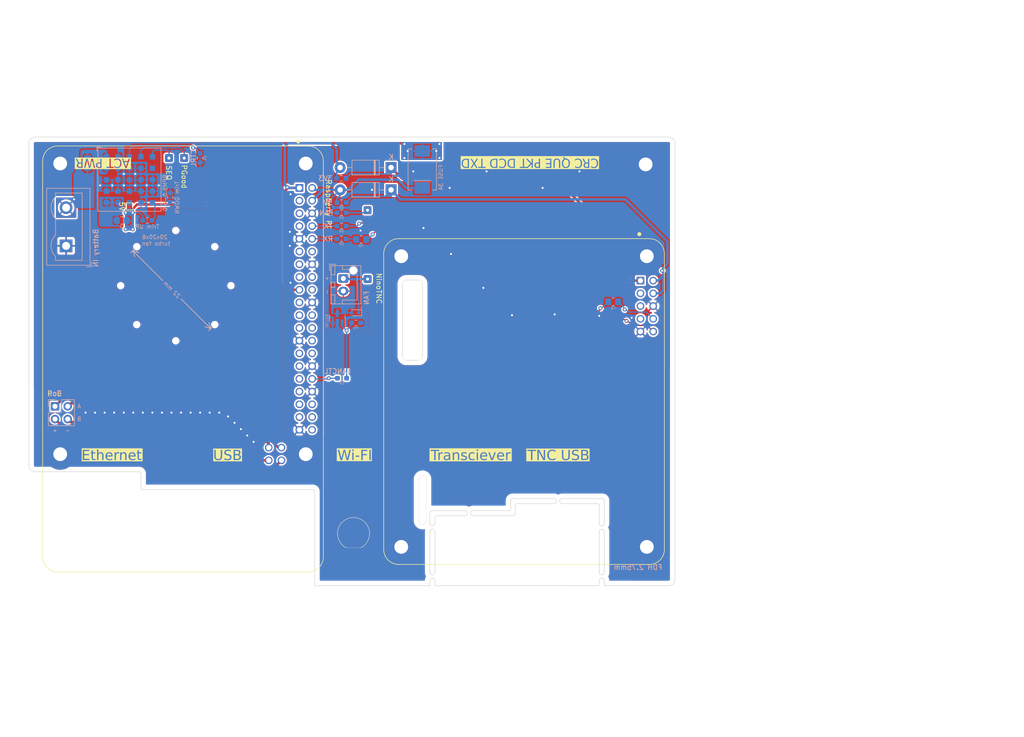
<source format=kicad_pcb>
(kicad_pcb (version 20221018) (generator pcbnew)
  (layers (0 "F.Cu" signal) (31 "B.Cu" signal) (34 "B.Paste" user) (35 "F.Paste" user) (36 "B.SilkS" user "B.Silkscreen") (37 "F.SilkS" user "F.Silkscreen") (38 "B.Mask" user) (39 "F.Mask" user) (44 "Edge.Cuts" user))
  (net 0 "")
  (net 1 "3V3")
  (net 6 "5V")
  (net 7 "UART0_TX")
  (net 8 "UART0_RX")
  (net 33 "GND")
  (net 34 "/TR03")
  (net 35 "/TR02")
  (net 36 "/TR01")
  (net 37 "/TR00")
  (net 38 "Net-(J2-TX)")
  (net 39 "Net-(J2-RX)")
  (net 40 "/TNC.5V")
  (net 41 "/TNC.3V3")
  (net 42 "/FAN")
  (net 43 "FAN.PWM")
  (net 44 "Net-(Q1-G)")
  (net 45 "/FANFET")
  (net 46 "VIN")
  (net 47 "Net-(C2-Pad1)")
  (net 48 "/5V.H1")
  (net 49 "Net-(U1-CTRL)")
  (net 50 "PWRTRIM")
  (net 51 "Net-(U1-SEQ)")
  (net 52 "Net-(U1-PGood)")
  (net 54 "Net-(FB3-Pad2)")
  (net 55 "Net-(FB4-Pad2)")
  (net 56 "SENSE")
  (footprint "Connector_Wire:SolderWire-0.1sqmm_1x01_D0.4mm_OD1mm" (layer "F.Cu") (at 143.256 59.944)
    (fp_text reference "REF**" hide)
    (fp_text value "SolderWire-0.1sqmm_1x01_D0.4mm_OD1mm")
  )
  (footprint "SMT_TARPN_NinoTNC:SMT_TARPN_NinoTNC" (layer "F.Cu") (at 208.232 99.873 -90)
    (fp_text reference "J2" hide)
    (fp_text value "NinoTNC")
    (fp_line (start -26 57.25) (end -26 54.75) (stroke (width 0.1)) (layer "Edge.Cuts"))
    (fp_line (start -25.25 54) (end -10.75 54) (stroke (width 0.1)) (layer "Edge.Cuts"))
    (fp_line (start -10.75 58) (end -25.25 58) (stroke (width 0.1)) (layer "Edge.Cuts"))
    (fp_line (start -10 54.75) (end -10 57.25) (stroke (width 0.1)) (layer "Edge.Cuts"))
    (fp_line (start 13.75 54.75) (end 22 54.75) (stroke (width 0.05)) (layer "Edge.Cuts"))
    (fp_line (start 22 53.25) (end 13.75 53.25) (stroke (width 0.05)) (layer "Edge.Cuts"))
    (fp_arc (start -26 54.75) (mid -25.78033 54.21967) (end -25.25 54) (stroke (width 0.05)) (layer "Edge.Cuts"))
    (fp_arc (start -25.25 58) (mid -25.78033 57.78033) (end -26 57.25) (stroke (width 0.05)) (layer "Edge.Cuts"))
    (fp_arc (start -10.75 54) (mid -10.21967 54.21967) (end -10 54.75) (stroke (width 0.05)) (layer "Edge.Cuts"))
    (fp_arc (start -10 57.25) (mid -10.21967 57.78033) (end -10.75 58) (stroke (width 0.05)) (layer "Edge.Cuts"))
    (fp_arc (start 13.75 54.75) (mid 13 54) (end 13.75 53.25) (stroke (width 0.05)) (layer "Edge.Cuts"))
    (fp_arc (start 22 53.25) (mid 22.75 54) (end 22 54.75) (stroke (width 0.05)) (layer "Edge.Cuts"))
  )
  (footprint "" (layer "F.Cu") (at 105 86)
    (fp_text reference "")
    (fp_text value "")
  )
  (footprint "" (layer "F.Cu") (at 81.9404 108.6104)
    (fp_text reference "")
    (fp_text value "")
  )
  (footprint "" (layer "F.Cu") (at 94 75)
    (fp_text reference "")
    (fp_text value "")
  )
  (footprint "TestPoint:TestPoint_Pad_1.0x1.0mm" (layer "F.Cu") (at 95.758 59.182)
    (fp_text reference "5V")
    (fp_text value "TestPoint_Pad_1.0x1.0mm")
  )
  (footprint "" (layer "F.Cu") (at 116 75)
    (fp_text reference "")
    (fp_text value "")
  )
  (footprint "" (layer "F.Cu") (at 97.22 67.23)
    (fp_text reference "")
    (fp_text value "")
  )
  (footprint "RASPBERRY_PI_3_MODEL_B_:SMARP" (layer "F.Cu") (at 140.462 116.46)
    (fp_text reference "H1" hide)
    (fp_text value "Wi-Fi" hide)
    (fp_line (start -3.2 8) (end -3.179879 8.358286) (stroke (width 0.1)) (layer "Edge.Cuts"))
    (fp_line (start -3.179879 7.641714) (end -3.2 8) (stroke (width 0.1)) (layer "Edge.Cuts"))
    (fp_line (start -3.179879 8.358286) (end -3.119769 8.712067) (stroke (width 0.1)) (layer "Edge.Cuts"))
    (fp_line (start -3.119769 7.287933) (end -3.179879 7.641714) (stroke (width 0.1)) (layer "Edge.Cuts"))
    (fp_line (start -3.119769 8.712067) (end -3.020427 9.056893) (stroke (width 0.1)) (layer "Edge.Cuts"))
    (fp_line (start -3.020427 6.943107) (end -3.119769 7.287933) (stroke (width 0.1)) (layer "Edge.Cuts"))
    (fp_line (start -3.020427 9.056893) (end -2.8831 9.388428) (stroke (width 0.1)) (layer "Edge.Cuts"))
    (fp_line (start -2.8831 6.611572) (end -3.020427 6.943107) (stroke (width 0.1)) (layer "Edge.Cuts"))
    (fp_line (start -2.8831 9.388428) (end -2.709517 9.702503) (stroke (width 0.1)) (layer "Edge.Cuts"))
    (fp_line (start -2.709517 6.297497) (end -2.8831 6.611572) (stroke (width 0.1)) (layer "Edge.Cuts"))
    (fp_line (start -2.709517 9.702503) (end -2.501861 9.995167) (stroke (width 0.1)) (layer "Edge.Cuts"))
    (fp_line (start -2.501861 6.004833) (end -2.709517 6.297497) (stroke (width 0.1)) (layer "Edge.Cuts"))
    (fp_line (start -2.501861 9.995167) (end -2.262742 10.262742) (stroke (width 0.1)) (layer "Edge.Cuts"))
    (fp_line (start -2.262742 5.737258) (end -2.501861 6.004833) (stroke (width 0.1)) (layer "Edge.Cuts"))
    (fp_line (start -2.262742 10.262742) (end -1.995167 10.501861) (stroke (width 0.1)) (layer "Edge.Cuts"))
    (fp_line (start -1.995167 5.498139) (end -2.262742 5.737258) (stroke (width 0.1)) (layer "Edge.Cuts"))
    (fp_line (start -1.995167 10.501861) (end -1.702503 10.709517) (stroke (width 0.1)) (layer "Edge.Cuts"))
    (fp_line (start -1.702503 5.290483) (end -1.995167 5.498139) (stroke (width 0.1)) (layer "Edge.Cuts"))
    (fp_line (start -1.702503 10.709517) (end -1.5 10.8) (stroke (width 0.1)) (layer "Edge.Cuts"))
    (fp_line (start -1.5 10.8) (end 1.5 10.8) (stroke (width 0.05)) (layer "Edge.Cuts"))
    (fp_line (start -1.388428 5.1169) (end -1.702503 5.290483) (stroke (width 0.1)) (layer "Edge.Cuts"))
    (fp_line (start -1.056893 4.979573) (end -1.388428 5.1169) (stroke (width 0.1)) (layer "Edge.Cuts"))
    (fp_line (start -0.712067 4.880231) (end -1.056893 4.979573) (stroke (width 0.1)) (layer "Edge.Cuts"))
    (fp_line (start -0.358286 4.820121) (end -0.712067 4.880231) (stroke (width 0.1)) (layer "Edge.Cuts"))
    (fp_line (start 0 4.8) (end -0.358286 4.820121) (stroke (width 0.1)) (layer "Edge.Cuts"))
    (fp_line (start 0.358286 4.820121) (end 0 4.8) (stroke (width 0.1)) (layer "Edge.Cuts"))
    (fp_line (start 0.712067 4.880231) (end 0.358286 4.820121) (stroke (width 0.1)) (layer "Edge.Cuts"))
    (fp_line (start 1.056893 4.979573) (end 0.712067 4.880231) (stroke (width 0.1)) (layer "Edge.Cuts"))
    (fp_line (start 1.388428 5.1169) (end 1.056893 4.979573) (stroke (width 0.1)) (layer "Edge.Cuts"))
    (fp_line (start 1.5 10.8) (end 1.702503 10.709517) (stroke (width 0.1)) (layer "Edge.Cuts"))
    (fp_line (start 1.702503 5.290483) (end 1.388428 5.1169) (stroke (width 0.1)) (layer "Edge.Cuts"))
    (fp_line (start 1.702503 10.709517) (end 1.995167 10.501861) (stroke (width 0.1)) (layer "Edge.Cuts"))
    (fp_line (start 1.995167 5.498139) (end 1.702503 5.290483) (stroke (width 0.1)) (layer "Edge.Cuts"))
    (fp_line (start 1.995167 10.501861) (end 2.262742 10.262742) (stroke (width 0.1)) (layer "Edge.Cuts"))
    (fp_line (start 2.262742 5.737258) (end 1.995167 5.498139) (stroke (width 0.1)) (layer "Edge.Cuts"))
    (fp_line (start 2.262742 10.262742) (end 2.501861 9.995167) (stroke (width 0.1)) (layer "Edge.Cuts"))
    (fp_line (start 2.501861 6.004833) (end 2.262742 5.737258) (stroke (width 0.1)) (layer "Edge.Cuts"))
    (fp_line (start 2.501861 9.995167) (end 2.709517 9.702503) (stroke (width 0.1)) (layer "Edge.Cuts"))
    (fp_line (start 2.709517 6.297497) (end 2.501861 6.004833) (stroke (width 0.1)) (layer "Edge.Cuts"))
    (fp_line (start 2.709517 9.702503) (end 2.8831 9.388428) (stroke (width 0.1)) (layer "Edge.Cuts"))
    (fp_line (start 2.8831 6.611572) (end 2.709517 6.297497) (stroke (width 0.1)) (layer "Edge.Cuts"))
    (fp_line (start 2.8831 9.388428) (end 3.020427 9.056893) (stroke (width 0.1)) (layer "Edge.Cuts"))
    (fp_line (start 3.020427 6.943107) (end 2.8831 6.611572) (stroke (width 0.1)) (layer "Edge.Cuts"))
    (fp_line (start 3.020427 9.056893) (end 3.119769 8.712067) (stroke (width 0.1)) (layer "Edge.Cuts"))
    (fp_line (start 3.119769 7.287933) (end 3.020427 6.943107) (stroke (width 0.1)) (layer "Edge.Cuts"))
    (fp_line (start 3.119769 8.712067) (end 3.179879 8.358286) (stroke (width 0.1)) (layer "Edge.Cuts"))
    (fp_line (start 3.179879 7.641714) (end 3.119769 7.287933) (stroke (width 0.1)) (layer "Edge.Cuts"))
    (fp_line (start 3.179879 8.358286) (end 3.2 8) (stroke (width 0.1)) (layer "Edge.Cuts"))
    (fp_line (start 3.2 8) (end 3.179879 7.641714) (stroke (width 0.1)) (layer "Edge.Cuts"))
    (fp_line (start 3.2 8) (end 3.2 8) (stroke (width 0.1)) (layer "Edge.Cuts"))
  )
  (footprint "MountingHole:MountingHole_2.1mm" (layer "F.Cu") (at 105 64)
    (fp_text reference "REF**" hide)
    (fp_text value "MountingHole_2.1mm")
  )
  (footprint "" (layer "F.Cu") (at 198.755 50.8)
    (fp_text reference "")
    (fp_text value "")
  )
  (footprint "RASPBERRY_PI_3_MODEL_B_:MODULE_RASPBERRY_PI_3_MODEL_B_" (layer "F.Cu") (at 106.437 89.623 -90)
    (fp_text reference "J1" hide)
    (fp_text value "Raspberry Pi")
  )
  (footprint "" (layer "F.Cu") (at 97.21 82.77)
    (fp_text reference "")
    (fp_text value "")
  )
  (footprint "Connector_Wire:SolderWire-0.1sqmm_1x01_D0.4mm_OD1mm" (layer "F.Cu") (at 106.68 49.542)
    (fp_text reference "TP2" hide)
    (fp_text value "PGood")
  )
  (footprint "Connector_Wire:SolderWire-0.1sqmm_1x01_D0.4mm_OD1mm" (layer "F.Cu") (at 103.632 49.542)
    (fp_text reference "TP1" hide)
    (fp_text value "SEQ")
  )
  (footprint "" (layer "F.Cu") (at 149.987 127.127)
    (fp_text reference "")
    (fp_text value "")
  )
  (footprint "" (layer "F.Cu") (at 112.78 67.22)
    (fp_text reference "")
    (fp_text value "")
  )
  (footprint "clipboard:0881dfa1-4b8d-4f18-91dc-e33e430360f7" (layer "F.Cu") (at 198.755 50.8)
    (fp_text reference "")
    (fp_text value "")
  )
  (footprint "" (layer "F.Cu") (at 112.78 82.77)
    (fp_text reference "")
    (fp_text value "")
  )
  (footprint "" (layer "F.Cu") (at 143.273 73.68 180)
    (fp_text reference "")
    (fp_text value "")
  )
  (footprint "Resistor_SMD:R_0603_1608Metric_Pad0.98x0.95mm_HandSolder" (layer "B.Cu") (at 138.049 65.659 180)
    (fp_text reference "R2" hide)
    (fp_text value "RX")
  )
  (footprint "Diode_THT:D_DO-41_SOD81_P10.16mm_Horizontal" (layer "B.Cu") (at 147.955 55.88 180)
    (fp_text reference "D2" hide)
    (fp_text value "1N4001")
  )
  (footprint "Resistor_SMD:R_0603_1608Metric_Pad0.98x0.95mm_HandSolder" (layer "B.Cu") (at 109.855 49.53 90)
    (fp_text reference "R8" hide)
    (fp_text value "CTRL")
  )
  (footprint "Fiducial:Fiducial_1mm_Mask3mm" (layer "B.Cu") (at 198.9836 127.127 180)
    (fp_text reference "REF**" hide)
    (fp_text value "FDH 2.75mm")
  )
  (footprint "Resistor_SMD:R_0603_1608Metric_Pad0.98x0.95mm_HandSolder" (layer "B.Cu") (at 138.0255 53.594)
    (fp_text reference "R3" hide)
    (fp_text value "0R")
  )
  (footprint "Resistor_SMD:R_0603_1608Metric_Pad0.98x0.95mm_HandSolder" (layer "B.Cu") (at 103.886 57.404 -90)
    (fp_text reference "R9" hide)
    (fp_text value "Trim DOWN")
  )
  (footprint "Resistor_SMD:R_0603_1608Metric_Pad0.98x0.95mm_HandSolder" (layer "B.Cu") (at 138.176 93.472)
    (fp_text reference "R7" hide)
    (fp_text value "0R")
  )
  (footprint "Resistor_SMD:R_0603_1608Metric_Pad0.98x0.95mm_HandSolder" (layer "B.Cu") (at 140.97 82.423 180)
    (fp_text reference "R6" hide)
    (fp_text value "PD")
  )
  (footprint "Resistor_SMD:R_0805_2012Metric_Pad1.20x1.40mm_HandSolder" (layer "B.Cu") (at 192.278 78.232 180)
    (fp_text reference "FB3" hide)
    (fp_text value "FB")
  )
  (footprint "TerminalBlock:TerminalBlock_Wuerth_691311400102_P7.62mm" (layer "B.Cu") (at 83.116 67.056 90)
    (fp_text reference "J5" hide)
    (fp_text value "Battery IN")
  )
  (footprint "Connector_PinSocket_2.54mm:PinSocket_2x02_P2.54mm_Vertical" (layer "B.Cu") (at 80.899 99.08 180)
    (fp_text reference "J3" hide)
    (fp_text value "PoE")
  )
  (footprint "Resistor_SMD:R_0603_1608Metric_Pad0.98x0.95mm_HandSolder" (layer "B.Cu") (at 99.314 61.976 180)
    (fp_text reference "R10" hide)
    (fp_text value "Trim UP")
  )
  (footprint "Diode_SMD:D_SOD-523" (layer "B.Cu") (at 140.798 80.411 180)
    (fp_text reference "D3" hide)
    (fp_text value "1N4148WT" hide)
  )
  (footprint "Resistor_SMD:R_0805_2012Metric_Pad1.20x1.40mm_HandSolder" (layer "B.Cu") (at 94.234 61.988)
    (fp_text reference "FB2" hide)
    (fp_text value "FB")
  )
  (footprint "Package_TO_SOT_SMD:SOT-23" (layer "B.Cu") (at 137.243 81.5055 90)
    (fp_text reference "Q1" hide)
    (fp_text value "BS170F")
  )
  (footprint "Fuse:Fuse_Bourns_MF-SM_7.98x5.44mm" (layer "B.Cu") (at 154.178 51.816 90)
    (fp_text reference "F2" hide)
    (fp_text value "FUSE 3A")
  )
  (footprint "Resistor_SMD:R_0805_2012Metric_Pad1.20x1.40mm_HandSolder" (layer "B.Cu") (at 87.376 50.538 90)
    (fp_text reference "FB1" hide)
    (fp_text value "FB")
  )
  (footprint "Diode_THT:D_DO-41_SOD81_P10.16mm_Horizontal" (layer "B.Cu") (at 147.955 51.435 180)
    (fp_text reference "D1" hide)
    (fp_text value "1N4001")
  )
  (footprint "Resistor_SMD:R_0805_2012Metric_Pad1.20x1.40mm_HandSolder" (layer "B.Cu") (at 141.986 65.786 180)
    (fp_text reference "FB4" hide)
    (fp_text value "FB")
  )
  (footprint "Connector_JST:JST_XH_B2B-XH-AM_1x02_P2.50mm_Vertical" (layer "B.Cu") (at 138.43 73.573 -90)
    (fp_text reference "J4" hide)
    (fp_text value "FAN")
  )
  (footprint "Converter_DCDC:Converter_DCDC_RECOM_RPMx.x-x.0" (layer "B.Cu") (at 95.758 53.856 -90)
    (fp_text reference "U1" hide)
    (fp_text value "RPM5.0-6.0")
  )
  (footprint "Resistor_SMD:R_0603_1608Metric_Pad0.98x0.95mm_HandSolder" (layer "B.Cu") (at 138.0725 58.42 180)
    (fp_text reference "R4" hide)
    (fp_text value "0R")
  )
  (footprint "Resistor_SMD:R_0603_1608Metric_Pad0.98x0.95mm_HandSolder" (layer "B.Cu") (at 138.07 60.45)
    (fp_text reference "R5" hide)
    (fp_text value "0R")
  )
  (footprint "Resistor_SMD:R_0603_1608Metric_Pad0.98x0.95mm_HandSolder" (layer "B.Cu") (at 138.0725 63.119 180)
    (fp_text reference "R1" hide)
    (fp_text value "TX")
  )
  (gr_line (start 76.962001 45.339001) (end 203.326999 45.339001) (stroke (width 0.1)) (layer "Edge.Cuts"))
  (gr_arc (start 156.718 122.424) (mid 156.21 122.932) (end 155.702 122.424) (stroke (width 0.1)) (layer "Edge.Cuts"))
  (gr_line (start 75.692 110.871) (end 75.692001 46.609001) (stroke (width 0.1)) (layer "Edge.Cuts"))
  (gr_line (start 171.831 119.506994) (end 171.830701 117.871408) (stroke (width 0.1)) (layer "Edge.Cuts"))
  (gr_arc (start 155.702 120.284408) (mid 155.818105 120.004105) (end 156.098408 119.888) (stroke (width 0.1)) (layer "Edge.Cuts"))
  (gr_line (start 132.715 116.078) (end 132.715 134.87) (stroke (width 0.1)) (layer "Edge.Cuts"))
  (gr_line (start 189.483999 118.872001) (end 189.484 122.428) (stroke (width 0.1)) (layer "Edge.Cuts"))
  (gr_arc (start 190.5 132.207) (mid 189.992 132.715) (end 189.484 132.207) (stroke (width 0.1)) (layer "Edge.Cuts"))
  (gr_line (start 76.962 112.141) (end 97.663 112.141) (stroke (width 0.1)) (layer "Edge.Cuts"))
  (gr_line (start 182.118 118.491) (end 189.102999 118.491001) (stroke (width 0.1)) (layer "Edge.Cuts"))
  (gr_arc (start 180.467 117.475) (mid 180.975 117.983) (end 180.467 118.491) (stroke (width 0.1)) (layer "Edge.Cuts"))
  (gr_arc (start 75.692001 46.609001) (mid 76.063975 45.710975) (end 76.962001 45.339001) (stroke (width 0.1)) (layer "Edge.Cuts"))
  (gr_line (start 156.718 122.424) (end 156.718 121.285) (stroke (width 0.1)) (layer "Edge.Cuts"))
  (gr_arc (start 203.326999 45.339001) (mid 204.225025 45.710975) (end 204.596999 46.609001) (stroke (width 0.1)) (layer "Edge.Cuts"))
  (gr_arc (start 189.484 124.079) (mid 189.992 123.571) (end 190.5 124.079) (stroke (width 0.1)) (layer "Edge.Cuts"))
  (gr_arc (start 156.718 121.285) (mid 156.829595 121.015589) (end 157.099008 120.904) (stroke (width 0.1)) (layer "Edge.Cuts"))
  (gr_line (start 189.484 133.858) (end 189.484 134.874) (stroke (width 0.1)) (layer "Edge.Cuts"))
  (gr_line (start 155.702 120.284408) (end 155.702 122.424) (stroke (width 0.1)) (layer "Edge.Cuts"))
  (gr_arc (start 172.70459 120.507588) (mid 172.593 120.777) (end 172.32359 120.888594) (stroke (width 0.1)) (layer "Edge.Cuts"))
  (gr_arc (start 171.830701 117.871408) (mid 171.941496 117.596393) (end 172.212 117.475) (stroke (width 0.1)) (layer "Edge.Cuts"))
  (gr_arc (start 164.338 120.904) (mid 163.83 120.396) (end 164.338 119.888) (stroke (width 0.1)) (layer "Edge.Cuts"))
  (gr_arc (start 189.102999 118.491001) (mid 189.372407 118.602593) (end 189.483999 118.872001) (stroke (width 0.1)) (layer "Edge.Cuts"))
  (gr_line (start 155.702 133.854) (end 155.702 134.87) (stroke (width 0.1)) (layer "Edge.Cuts"))
  (gr_arc (start 171.831 119.506994) (mid 171.71941 119.776406) (end 171.45 119.888) (stroke (width 0.1)) (layer "Edge.Cuts"))
  (gr_line (start 156.718 124.075) (end 156.718 132.203) (stroke (width 0.1)) (layer "Edge.Cuts"))
  (gr_line (start 173.101 118.491) (end 180.466999 118.491001) (stroke (width 0.1)) (layer "Edge.Cuts"))
  (gr_line (start 164.330296 120.906) (end 172.32359 120.888594) (stroke (width 0.1)) (layer "Edge.Cuts"))
  (gr_line (start 190.5 124.079) (end 190.5 132.207) (stroke (width 0.1)) (layer "Edge.Cuts"))
  (gr_arc (start 190.5 122.428) (mid 189.992 122.936) (end 189.484 122.428) (stroke (width 0.1)) (layer "Edge.Cuts"))
  (gr_line (start 132.715 134.87) (end 155.702 134.87) (stroke (width 0.1)) (layer "Edge.Cuts"))
  (gr_line (start 98.044 112.522) (end 98.044 115.316) (stroke (width 0.1)) (layer "Edge.Cuts"))
  (gr_line (start 156.718 133.854) (end 156.718 134.866) (stroke (width 0.1)) (layer "Edge.Cuts"))
  (gr_arc (start 172.710304 118.881703) (mid 172.824734 118.605435) (end 173.101 118.491) (stroke (width 0.1)) (layer "Edge.Cuts"))
  (gr_arc (start 155.702 133.854) (mid 156.21 133.346) (end 156.718 133.854) (stroke (width 0.1)) (layer "Edge.Cuts"))
  (gr_line (start 190.5 134.87) (end 203.326999 134.873999) (stroke (width 0.1)) (layer "Edge.Cuts"))
  (gr_line (start 157.099008 120.904) (end 162.679296 120.906) (stroke (width 0.1)) (layer "Edge.Cuts"))
  (gr_line (start 182.118 117.475) (end 190.119 117.475) (stroke (width 0.1)) (layer "Edge.Cuts"))
  (gr_line (start 164.338 119.888) (end 171.45 119.888) (stroke (width 0.1)) (layer "Edge.Cuts"))
  (gr_line (start 156.098408 119.884) (end 162.687 119.888) (stroke (width 0.1)) (layer "Edge.Cuts"))
  (gr_arc (start 204.596999 133.603999) (mid 204.225025 134.502025) (end 203.326999 134.873999) (stroke (width 0.1)) (layer "Edge.Cuts"))
  (gr_line (start 189.484 124.079) (end 189.484 132.207) (stroke (width 0.1)) (layer "Edge.Cuts"))
  (gr_line (start 155.702 124.075) (end 155.702 132.203) (stroke (width 0.1)) (layer "Edge.Cuts"))
  (gr_arc (start 132.334 115.697) (mid 132.603408 115.808592) (end 132.715 116.078) (stroke (width 0.1)) (layer "Edge.Cuts"))
  (gr_arc (start 182.118 118.491) (mid 181.61 117.983) (end 182.118 117.475) (stroke (width 0.1)) (layer "Edge.Cuts"))
  (gr_line (start 156.718 134.866) (end 189.484 134.874) (stroke (width 0.1)) (layer "Edge.Cuts"))
  (gr_line (start 98.425 115.697) (end 132.334 115.697) (stroke (width 0.1)) (layer "Edge.Cuts"))
  (gr_arc (start 98.425 115.697) (mid 98.155592 115.585408) (end 98.044 115.316) (stroke (width 0.1)) (layer "Edge.Cuts"))
  (gr_line (start 204.596999 46.609001) (end 204.596999 133.603999) (stroke (width 0.1)) (layer "Edge.Cuts"))
  (gr_arc (start 76.962 112.141) (mid 76.063974 111.769026) (end 75.692 110.871) (stroke (width 0.1)) (layer "Edge.Cuts"))
  (gr_arc (start 156.718 132.203) (mid 156.21 132.711) (end 155.702 132.203) (stroke (width 0.1)) (layer "Edge.Cuts"))
  (gr_line (start 190.5 117.856) (end 190.5 122.428) (stroke (width 0.1)) (layer "Edge.Cuts"))
  (gr_arc (start 189.484 133.858) (mid 189.992 133.35) (end 190.5 133.858) (stroke (width 0.1)) (layer "Edge.Cuts"))
  (gr_line (start 190.5 133.858) (end 190.5 134.87) (stroke (width 0.1)) (layer "Edge.Cuts"))
  (gr_line (start 172.212 117.475) (end 180.467 117.475) (stroke (width 0.1)) (layer "Edge.Cuts"))
  (gr_arc (start 162.687 119.888) (mid 163.195 120.396) (end 162.687 120.904) (stroke (width 0.1)) (layer "Edge.Cuts"))
  (gr_arc (start 190.119 117.475) (mid 190.388408 117.586592) (end 190.5 117.856) (stroke (width 0.1)) (layer "Edge.Cuts"))
  (gr_arc (start 97.663 112.141) (mid 97.932408 112.252592) (end 98.044 112.522) (stroke (width 0.1)) (layer "Edge.Cuts"))
  (gr_arc (start 155.702 124.075) (mid 156.21 123.567) (end 156.718 124.075) (stroke (width 0.1)) (layer "Edge.Cuts"))
  (gr_line (start 172.70459 120.507588) (end 172.704301 118.881704) (stroke (width 0.1)) (layer "Edge.Cuts"))
  (gr_text "+" (at 80.899 103.886) (layer "B.SilkS") (effects (font (size 0.8 0.8) (thickness 0.1)) (justify mirror)))
  (gr_text "20x20x6\nturbo fan" (at 98.171 67.056) (layer "B.SilkS") (effects (font (size 0.8 0.8) (thickness 0.1)) (justify right bottom mirror)))
  (gr_text "A" (at 85.725 99.06) (layer "B.SilkS") (effects (font (size 0.8 0.8) (thickness 0.1)) (justify mirror)))
  (gr_text "B" (at 85.725 101.6) (layer "B.SilkS") (effects (font (size 0.8 0.8) (thickness 0.1)) (justify mirror)))
  (gr_text "-" (at 83.439 103.886) (layer "B.SilkS") (effects (font (size 0.8 0.8) (thickness 0.1)) (justify mirror)))
  (gr_text "ACT PWR" (at 90.424 50.419 180) (layer "F.SilkS" knockout) (effects (font (size 1.8 1.7) (thickness 0.2))))
  (gr_text "Wi-FI" (at 140.716 108.966) (layer "F.SilkS" knockout) (effects (font (size 2 2) (thickness 0.2))))
  (gr_text "PoE" (at 82.296 96.52) (layer "F.SilkS") (effects (font (size 1 1)) (justify right)))
  (gr_text "Transciever" (at 163.83 108.966) (layer "F.SilkS" knockout) (effects (font (size 2 2) (thickness 0.2))))
  (gr_text "TNC USB" (at 181.356 108.966) (layer "F.SilkS" knockout) (effects (font (size 2 2) (thickness 0.2))))
  (gr_text "USB" (at 115.316 108.966) (layer "F.SilkS" knockout) (effects (font (size 2 2) (thickness 0.2))))
  (gr_text "Ethernet" (at 92.202 108.966) (layer "F.SilkS" knockout) (effects (font (size 2 2) (thickness 0.2))))
  (gr_text "CRC QUE PKT DCD TXD" (at 175.641 50.419 180) (layer "F.SilkS" knockout) (effects (font (size 1.8 1.7) (thickness 0.2))))
  (dimension (type aligned) (layer "B.SilkS") (pts (xy 112.78 82.77) (xy 97.22 67.23)) (height -1.126363) (gr_text "22 mm" (at 104.204053 75.796971 -44.96315384) (layer "B.SilkS") (effects (font (size 0.8 0.8) (thickness 0.1)) (justify mirror))) (format (prefix "") (suffix "") (units 3) (units_format 1) (precision 4) (override_value "22")) (style (thickness 0.15) (arrow_length 1.27) (text_position_mode 1) (extension_height 0.58642) (extension_offset 0.6) keep_text_aligned))
  (segment (start 126.746 74.676) (end 127.883 75.813) (width 0.5) (layer "F.Cu") (net 1))
  (segment (start 126.746 56.134) (end 126.746 74.676) (width 0.5) (layer "F.Cu") (net 1))
  (segment (start 127.883 75.813) (end 129.667 75.813) (width 0.5) (layer "F.Cu") (net 1))
  (segment (start 129.667 55.493) (end 127.387 55.493) (width 0.5) (layer "F.Cu") (net 1))
  (segment (start 127.387 55.493) (end 126.746 56.134) (width 0.5) (layer "F.Cu") (net 1))
  (via (at 127.254 55.372) (size 0.8) (drill 0.4) (layers "F.Cu" "B.Cu") (net 1))
  (segment (start 135.997001 46.589001) (end 137.113 47.705) (width 0.5) (layer "B.Cu") (net 1))
  (segment (start 127.400999 46.589001) (end 135.997001 46.589001) (width 0.5) (layer "B.Cu") (net 1))
  (segment (start 137.113 51.515) (end 137.16 51.562) (width 0.5) (layer "B.Cu") (net 1))
  (segment (start 126.746 54.864) (end 126.746 47.244) (width 0.5) (layer "B.Cu") (net 1))
  (segment (start 137.16 51.562) (end 137.113 51.609) (width 0.5) (layer "B.Cu") (net 1))
  (segment (start 137.113 51.609) (end 137.113 53.594) (width 0.3) (layer "B.Cu") (net 1))
  (segment (start 137.113 47.705) (end 137.113 51.515) (width 0.5) (layer "B.Cu") (net 1))
  (segment (start 129.667 55.493) (end 127.375 55.493) (width 0.5) (layer "B.Cu") (net 1))
  (segment (start 127.254 55.372) (end 126.746 54.864) (width 0.5) (layer "B.Cu") (net 1))
  (segment (start 126.746 47.244) (end 127.400999 46.589001) (width 0.5) (layer "B.Cu") (net 1))
  (segment (start 127.375 55.493) (end 127.254 55.372) (width 0.5) (layer "B.Cu") (net 1))
  (segment (start 139.446 55.88) (end 137.795 55.88) (width 0.5) (layer "B.Cu") (net 6))
  (segment (start 137.795 55.88) (end 135.71 57.965) (width 0.3) (layer "B.Cu") (net 6))
  (segment (start 132.594 55.88) (end 132.207 55.493) (width 0.5) (layer "B.Cu") (net 6))
  (segment (start 132.207 58.033) (end 134.36 55.88) (width 0.5) (layer "B.Cu") (net 6))
  (segment (start 137.8 55.885) (end 137.8 56.98) (width 0.3) (layer "B.Cu") (net 6))
  (segment (start 134.36 55.88) (end 134.93 55.88) (width 0.5) (layer "B.Cu") (net 6))
  (segment (start 135.71 57.965) (end 135.71 60.01) (width 0.3) (layer "B.Cu") (net 6))
  (segment (start 137.8 56.98) (end 137.16 57.62) (width 0.3) (layer "B.Cu") (net 6))
  (segment (start 136.15 60.45) (end 137.1575 60.45) (width 0.3) (layer "B.Cu") (net 6))
  (segment (start 141.478 53.848) (end 139.446 55.88) (width 0.5) (layer "B.Cu") (net 6))
  (segment (start 137.16 57.62) (end 137.16 57.912) (width 0.3) (layer "B.Cu") (net 6))
  (segment (start 137.795 55.88) (end 132.594 55.88) (width 0.5) (layer "B.Cu") (net 6))
  (segment (start 137.795 55.88) (end 137.8 55.885) (width 0.3) (layer "B.Cu") (net 6))
  (segment (start 154.178 55.516) (end 151.02 55.516) (width 0.5) (layer "B.Cu") (net 6))
  (segment (start 135.71 60.01) (end 136.15 60.45) (width 0.3) (layer "B.Cu") (net 6))
  (segment (start 151.02 55.516) (end 149.352 53.848) (width 0.5) (layer "B.Cu") (net 6))
  (segment (start 149.352 53.848) (end 141.478 53.848) (width 0.5) (layer "B.Cu") (net 6))
  (segment (start 137.2575 63.113) (end 137.2635 63.119) (width 0.25) (layer "B.Cu") (net 7))
  (segment (start 132.207 63.113) (end 137.2575 63.113) (width 0.25) (layer "B.Cu") (net 7))
  (segment (start 137.2575 65.653) (end 137.2635 65.659) (width 0.25) (layer "B.Cu") (net 8))
  (segment (start 132.207 65.653) (end 137.2575 65.653) (width 0.25) (layer "B.Cu") (net 8))
  (segment (start 189.484 81.026) (end 189.611 80.899) (width 0.25) (layer "F.Cu") (net 33))
  (segment (start 159.920451 68.679549) (end 159.920451 68.861451) (width 0.25) (layer "F.Cu") (net 33))
  (segment (start 154.501 63.442) (end 154.49 63.442) (width 0.25) (layer "F.Cu") (net 33))
  (segment (start 171.958 80.899) (end 166.497 75.438) (width 0.25) (layer "F.Cu") (net 33))
  (segment (start 154.374 63.442) (end 142.425 63.442) (width 0.25) (layer "F.Cu") (net 33))
  (segment (start 159.920451 68.679549) (end 159.738549 68.679549) (width 0.25) (layer "F.Cu") (net 33))
  (segment (start 159.738549 68.679549) (end 157.988 66.929) (width 0.25) (layer "F.Cu") (net 33))
  (segment (start 189.611 80.899) (end 195.453 80.899) (width 0.25) (layer "F.Cu") (net 33))
  (segment (start 180.7585 80.899) (end 180.594 80.7345) (width 0.25) (layer "F.Cu") (net 33))
  (segment (start 166.37 75.311) (end 166.37 75.438) (width 0.25) (layer "F.Cu") (net 33))
  (segment (start 114.681 100.33) (end 83.82 100.33) (width 0.25) (layer "F.Cu") (net 33))
  (segment (start 142.425 63.442) (end 141.859 64.008) (width 0.25) (layer "F.Cu") (net 33))
  (segment (start 172.085 80.899) (end 171.958 80.899) (width 0.25) (layer "F.Cu") (net 33))
  (segment (start 159.920451 68.861451) (end 166.37 75.311) (width 0.25) (layer "F.Cu") (net 33))
  (segment (start 189.357 80.899) (end 180.7585 80.899) (width 0.25) (layer "F.Cu") (net 33))
  (segment (start 166.497 75.438) (end 166.37 75.438) (width 0.25) (layer "F.Cu") (net 33))
  (segment (start 154.432 63.5) (end 154.374 63.442) (width 0.25) (layer "F.Cu") (net 33))
  (segment (start 189.484 81.026) (end 189.357 80.899) (width 0.25) (layer "F.Cu") (net 33))
  (segment (start 180.4295 80.899) (end 172.085 80.899) (width 0.25) (layer "F.Cu") (net 33))
  (segment (start 141.478 64.389) (end 141.859 64.008) (width 0.25) (layer "F.Cu") (net 33))
  (segment (start 129.667 65.653) (end 130.931 64.389) (width 0.25) (layer "F.Cu") (net 33))
  (segment (start 195.453 80.899) (end 195.961 81.407) (width 0.25) (layer "F.Cu") (net 33))
  (segment (start 154.49 63.442) (end 154.432 63.5) (width 0.25) (layer "F.Cu") (net 33))
  (segment (start 157.988 66.929) (end 154.501 63.442) (width 0.25) (layer "F.Cu") (net 33))
  (segment (start 130.931 64.389) (end 141.478 64.389) (width 0.25) (layer "F.Cu") (net 33))
  (segment (start 180.594 80.7345) (end 180.4295 80.899) (width 0.25) (layer "F.Cu") (net 33))
  (segment (start 120.523 106.172) (end 114.681 100.33) (width 0.25) (layer "F.Cu") (net 33))
  (via (at 94.615 52.705) (size 0.8) (drill 0.4) (layers "F.Cu" "B.Cu") (net 33))
  (via (at 120.523 106.172) (size 0.8) (drill 0.4) (layers "F.Cu" "B.Cu") (net 33))
  (via (at 167.005 52.197) (size 0.8) (drill 0.4) (layers "F.Cu" "B.Cu") (net 33))
  (via (at 119.253 104.902) (size 0.8) (drill 0.4) (layers "F.Cu" "B.Cu") (net 33))
  (via (at 96.901 52.705) (size 0.8) (drill 0.4) (layers "F.Cu" "B.Cu") (net 33))
  (via (at 92.71 100.33) (size 0.8) (drill 0.4) (layers "F.Cu" "B.Cu") (net 33))
  (via (at 89.916 54.991) (size 0.8) (drill 0.4) (layers "F.Cu" "B.Cu") (net 33))
  (via (at 152.4 52.197) (size 0.8) (drill 0.4) (layers "F.Cu" "B.Cu") (net 33))
  (via (at 180.594 80.7345) (size 0.8) (drill 0.4) (layers "F.Cu" "B.Cu") (net 33))
  (via (at 154.432 63.5) (size 0.8) (drill 0.4) (layers "F.Cu" "B.Cu") (net 33))
  (via (at 100.33 100.33) (size 0.8) (drill 0.4) (layers "F.Cu" "B.Cu") (net 33))
  (via (at 185.547 52.197) (size 0.8) (drill 0.4) (layers "F.Cu" "B.Cu") (net 33))
  (via (at 127.762 64.262) (size 0.8) (drill 0.4) (layers "F.Cu" "B.Cu") (net 33))
  (via (at 92.329 54.991) (size 0.8) (drill 0.4) (layers "F.Cu" "B.Cu") (net 33))
  (via (at 127.762 67.056) (size 0.8) (drill 0.4) (layers "F.Cu" "B.Cu") (net 33))
  (via (at 101.6 54.991) (size 0.8) (drill 0.4) (layers "F.Cu" "B.Cu") (net 33))
  (via (at 178.181 55.499) (size 0.8) (drill 0.4) (layers "F.Cu" "B.Cu") (net 33))
  (via (at 116.713 102.362) (size 0.8) (drill 0.4) (layers "F.Cu" "B.Cu") (net 33))
  (via (at 166.37 75.438) (size 0.8) (drill 0.4) (layers "F.Cu" "B.Cu") (net 33))
  (via (at 109.855 100.33) (size 0.8) (drill 0.4) (layers "F.Cu" "B.Cu") (net 33))
  (via (at 90.805 100.33) (size 0.8) (drill 0.4) (layers "F.Cu" "B.Cu") (net 33))
  (via (at 189.484 81.026) (size 0.8) (drill 0.4) (layers "F.Cu" "B.Cu") (net 33))
  (via (at 117.983 103.632) (size 0.8) (drill 0.4) (layers "F.Cu" "B.Cu") (net 33))
  (via (at 102.235 100.33) (size 0.8) (drill 0.4) (layers "F.Cu" "B.Cu") (net 33))
  (via (at 94.615 54.991) (size 0.8) (drill 0.4) (layers "F.Cu" "B.Cu") (net 33))
  (via (at 141.859 64.008) (size 0.8) (drill 0.4) (layers "F.Cu" "B.Cu") (net 33))
  (via (at 111.76 100.33) (size 0.8) (drill 0.4) (layers "F.Cu" "B.Cu") (net 33))
  (via (at 159.920451 68.679549) (size 0.8) (drill 0.4) (layers "F.Cu" "B.Cu") (net 33))
  (via (at 96.52 100.33) (size 0.8) (drill 0.4) (layers "F.Cu" "B.Cu") (net 33))
  (via (at 195.961 81.407) (size 0.8) (drill 0.4) (layers "F.Cu" "B.Cu") (net 33))
  (via (at 96.901 54.991) (size 0.8) (drill 0.4) (layers "F.Cu" "B.Cu") (net 33))
  (via (at 144.145 55.88) (size 0.8) (drill 0.4) (layers "F.Cu" "B.Cu") (net 33))
  (via (at 159.639 55.499) (size 0.8) (drill 0.4) (layers "F.Cu" "B.Cu") (net 33))
  (via (at 98.425 100.33) (size 0.8) (drill 0.4) (layers "F.Cu" "B.Cu") (net 33))
  (via (at 127.889 56.769) (size 0.8) (drill 0.4) (layers "F.Cu" "B.Cu") (net 33))
  (via (at 107.95 100.33) (size 0.8) (drill 0.4) (layers "F.Cu" "B.Cu") (net 33))
  (via (at 113.665 100.33) (size 0.8) (drill 0.4) (layers "F.Cu" "B.Cu") (net 33))
  (via (at 106.045 100.33) (size 0.8) (drill 0.4) (layers "F.Cu" "B.Cu") (net 33))
  (via (at 172.085 80.899) (size 0.8) (drill 0.4) (layers "F.Cu" "B.Cu") (net 33))
  (via (at 88.9 100.33) (size 0.8) (drill 0.4) (layers "F.Cu" "B.Cu") (net 33))
  (via (at 94.615 100.33) (size 0.8) (drill 0.4) (layers "F.Cu" "B.Cu") (net 33))
  (via (at 104.14 100.33) (size 0.8) (drill 0.4) (layers "F.Cu" "B.Cu") (net 33))
  (via (at 86.995 100.33) (size 0.8) (drill 0.4) (layers "F.Cu" "B.Cu") (net 33))
  (via (at 115.443 101.092) (size 0.8) (drill 0.4) (layers "F.Cu" "B.Cu") (net 33))
  (via (at 127.889 74.422) (size 0.8) (drill 0.4) (layers "F.Cu" "B.Cu") (net 33))
  (via (at 99.187 54.991) (size 0.8) (drill 0.4) (layers "F.Cu" "B.Cu") (net 33))
  (segment (start 84.039 102.22) (end 114.285 102.22) (width 0.5) (layer "F.Cu") (net 34))
  (segment (start 83.439 101.62) (end 84.039 102.22) (width 0.5) (layer "F.Cu") (net 34))
  (segment (start 114.285 102.22) (end 121.918 109.853) (width 0.5) (layer "F.Cu") (net 34))
  (segment (start 121.918 109.853) (end 123.544 109.853) (width 0.5) (layer "F.Cu") (net 34))
  (segment (start 82.299 103.02) (end 80.899 101.62) (width 0.5) (layer "F.Cu") (net 35))
  (segment (start 122.138 111.252) (end 113.906 103.02) (width 0.5) (layer "F.Cu") (net 35))
  (segment (start 124.685 111.252) (end 122.138 111.252) (width 0.5) (layer "F.Cu") (net 35))
  (segment (start 126.084 109.853) (end 124.685 111.252) (width 0.5) (layer "F.Cu") (net 35))
  (segment (start 113.906 103.02) (end 82.299 103.02) (width 0.5) (layer "F.Cu") (net 35))
  (segment (start 123.544 106.526) (end 123.544 107.313) (width 0.5) (layer "F.Cu") (net 36))
  (segment (start 83.439 99.08) (end 84.039 98.48) (width 0.5) (layer "F.Cu") (net 36))
  (segment (start 115.498 98.48) (end 123.544 106.526) (width 0.5) (layer "F.Cu") (net 36))
  (segment (start 84.039 98.48) (end 115.498 98.48) (width 0.5) (layer "F.Cu") (net 36))
  (segment (start 82.299 97.68) (end 115.841 97.68) (width 0.5) (layer "F.Cu") (net 37))
  (segment (start 125.474 107.313) (end 126.084 107.313) (width 0.5) (layer "F.Cu") (net 37))
  (segment (start 80.899 99.08) (end 82.299 97.68) (width 0.5) (layer "F.Cu") (net 37))
  (segment (start 115.841 97.68) (end 125.474 107.313) (width 0.5) (layer "F.Cu") (net 37))
  (via (at 194.564 79.756) (size 0.8) (drill 0.4) (layers "F.Cu" "B.Cu") (net 38))
  (segment (start 194.818 79.756) (end 195.326 80.264) (width 0.25) (layer "B.Cu") (net 38))
  (segment (start 195.326 80.264) (end 198.908 80.264) (width 0.25) (layer "B.Cu") (net 38))
  (segment (start 194.564 79.756) (end 194.818 79.756) (width 0.25) (layer "B.Cu") (net 38))
  (segment (start 194.564 79.756) (end 194.564 79.518) (width 0.25) (layer "B.Cu") (net 38))
  (segment (start 194.564 79.518) (end 193.786 78.74) (width 0.25) (layer "B.Cu") (net 38))
  (segment (start 198.908 80.264) (end 200.257 81.613) (width 0.25) (layer "B.Cu") (net 38))
  (segment (start 144.272 64.77) (end 144.78 64.262) (width 0.25) (layer "F.Cu") (net 39))
  (segment (start 194.945 81.7245) (end 194.945 82.042) (width 0.25) (layer "F.Cu") (net 39))
  (segment (start 196.088 82.931) (end 199.035 82.931) (width 0.25) (layer "F.Cu") (net 39))
  (segment (start 153.924 64.262) (end 171.45 81.788) (width 0.25) (layer "F.Cu") (net 39))
  (segment (start 171.45 81.788) (end 194.8815 81.788) (width 0.25) (layer "F.Cu") (net 39))
  (segment (start 195.199 82.042) (end 196.088 82.931) (width 0.25) (layer "F.Cu") (net 39))
  (segment (start 144.78 64.262) (end 153.924 64.262) (width 0.25) (layer "F.Cu") (net 39))
  (segment (start 194.8815 81.788) (end 194.945 81.7245) (width 0.25) (layer "F.Cu") (net 39))
  (segment (start 199.035 82.931) (end 200.257 84.153) (width 0.25) (layer "F.Cu") (net 39))
  (segment (start 194.945 82.042) (end 195.199 82.042) (width 0.25) (layer "F.Cu") (net 39))
  (via (at 194.945 82.042) (size 0.8) (drill 0.4) (layers "F.Cu" "B.Cu") (net 39))
  (via (at 144.272 64.77) (size 0.8) (drill 0.4) (layers "F.Cu" "B.Cu") (net 39))
  (segment (start 144.272 64.77) (end 144.263 64.761) (width 0.25) (layer "B.Cu") (net 39))
  (segment (start 142.986 66.04) (end 143.002 66.04) (width 0.25) (layer "B.Cu") (net 39))
  (segment (start 143.002 66.04) (end 144.272 64.77) (width 0.25) (layer "B.Cu") (net 39))
  (via (at 202.057 72.009) (size 0.8) (drill 0.4) (layers "F.Cu" "B.Cu") (net 40))
  (segment (start 138.985 58.42) (end 140.255 57.15) (width 0.3) (layer "B.Cu") (net 40))
  (segment (start 202.311 72.898) (end 201.216 73.993) (width 0.5) (layer "B.Cu") (net 40))
  (segment (start 147.955 55.88) (end 149.86 57.785) (width 0.5) (layer "B.Cu") (net 40))
  (segment (start 202.311 72.263) (end 202.057 72.009) (width 0.5) (layer "B.Cu") (net 40))
  (segment (start 201.216 73.993) (end 200.257 73.993) (width 0.5) (layer "B.Cu") (net 40))
  (segment (start 194.691 57.785) (end 203.073 66.167) (width 0.5) (layer "B.Cu") (net 40))
  (segment (start 140.255 57.15) (end 147.955 57.15) (width 0.3) (layer "B.Cu") (net 40))
  (segment (start 203.073 66.167) (end 203.073 70.612) (width 0.5) (layer "B.Cu") (net 40))
  (segment (start 202.311 72.898) (end 202.311 72.263) (width 0.5) (layer "B.Cu") (net 40))
  (segment (start 202.311 71.374) (end 202.311 71.755) (width 0.5) (layer "B.Cu") (net 40))
  (segment (start 201.597 76.533) (end 202.311 75.819) (width 0.5) (layer "B.Cu") (net 40))
  (segment (start 149.86 57.785) (end 194.691 57.785) (width 0.5) (layer "B.Cu") (net 40))
  (segment (start 147.955 57.15) (end 147.955 55.88) (width 0.3) (layer "B.Cu") (net 40))
  (segment (start 202.311 72.898) (end 202.311 75.819) (width 0.5) (layer "B.Cu") (net 40))
  (segment (start 200.257 76.533) (end 201.597 76.533) (width 0.5) (layer "B.Cu") (net 40))
  (segment (start 203.073 70.612) (end 202.311 71.374) (width 0.5) (layer "B.Cu") (net 40))
  (segment (start 150.114 53.594) (end 180.721 53.594) (width 0.5) (layer "F.Cu") (net 41))
  (segment (start 191.77 72.39) (end 193.373 73.993) (width 0.5) (layer "F.Cu") (net 41))
  (segment (start 147.955 51.435) (end 150.114 53.594) (width 0.5) (layer "F.Cu") (net 41))
  (segment (start 180.721 53.594) (end 191.77 64.643) (width 0.5) (layer "F.Cu") (net 41))
  (segment (start 193.373 73.993) (end 197.717 73.993) (width 0.5) (layer "F.Cu") (net 41))
  (segment (start 191.77 64.643) (end 191.77 72.39) (width 0.5) (layer "F.Cu") (net 41))
  (segment (start 139.827 52.705) (end 138.938 53.594) (width 0.3) (layer "B.Cu") (net 41))
  (segment (start 147.955 52.705) (end 139.827 52.705) (width 0.3) (layer "B.Cu") (net 41))
  (segment (start 147.955 51.435) (end 147.955 52.705) (width 0.3) (layer "B.Cu") (net 41))
  (segment (start 143.273 73.68) (end 138.537 73.68) (width 0.5) (layer "B.Cu") (net 42))
  (segment (start 138.537 73.68) (end 138.43 73.573) (width 0.5) (layer "B.Cu") (net 42))
  (segment (start 142.75 60.45) (end 143.256 59.944) (width 0.3) (layer "B.Cu") (net 42))
  (segment (start 141.498 74.572) (end 140.499 73.573) (width 0.25) (layer "B.Cu") (net 42))
  (segment (start 141.498 80.411) (end 141.498 74.572) (width 0.25) (layer "B.Cu") (net 42))
  (segment (start 140.499 73.573) (end 138.43 73.573) (width 0.25) (layer "B.Cu") (net 42))
  (segment (start 138.9825 60.45) (end 142.75 60.45) (width 0.3) (layer "B.Cu") (net 42))
  (via (at 135.509 93.472) (size 0.8) (drill 0.4) (layers "F.Cu" "B.Cu") (net 43))
  (segment (start 137.2635 93.472) (end 135.509 93.472) (width 0.25) (layer "B.Cu") (net 43))
  (segment (start 135.388 93.593) (end 132.207 93.593) (width 0.25) (layer "B.Cu") (net 43))
  (segment (start 135.509 93.472) (end 135.388 93.593) (width 0.25) (layer "B.Cu") (net 43))
  (via (at 139.0885 83.9705) (size 0.8) (drill 0.4) (layers "F.Cu" "B.Cu") (net 44))
  (segment (start 139.0885 83.9705) (end 138.193 83.075) (width 0.25) (layer "B.Cu") (net 44))
  (segment (start 139.0885 83.9705) (end 139.0885 83.86) (width 0.25) (layer "B.Cu") (net 44))
  (segment (start 140.0575 82.891) (end 140.0575 82.423) (width 0.25) (layer "B.Cu") (net 44))
  (segment (start 139.0885 83.86) (end 140.0575 82.891) (width 0.25) (layer "B.Cu") (net 44))
  (segment (start 139.0885 83.9705) (end 139.0885 93.472) (width 0.25) (layer "B.Cu") (net 44))
  (segment (start 138.193 83.075) (end 138.193 82.443) (width 0.25) (layer "B.Cu") (net 44))
  (segment (start 137.177 80.502) (end 137.243 80.568) (width 0.25) (layer "B.Cu") (net 45))
  (segment (start 139.941 80.568) (end 140.098 80.411) (width 0.25) (layer "B.Cu") (net 45))
  (via (at 84.709 57.785) (size 0.8) (drill 0.4) (layers "F.Cu" "B.Cu") (net 46))
  (via (at 108.458 47.498) (size 0.8) (drill 0.4) (layers "F.Cu" "B.Cu") (net 49))
  (segment (start 108.8625 47.498) (end 109.982 48.6175) (width 0.25) (layer "B.Cu") (net 49))
  (segment (start 95.758 49.276) (end 95.758 47.752) (width 0.25) (layer "B.Cu") (net 49))
  (segment (start 108.458 47.498) (end 108.8625 47.498) (width 0.25) (layer "B.Cu") (net 49))
  (segment (start 95.758 47.752) (end 96.467999 47.042001) (width 0.25) (layer "B.Cu") (net 49))
  (segment (start 108.458 47.0935) (end 108.458 47.498) (width 0.25) (layer "B.Cu") (net 49))
  (segment (start 96.467999 47.042001) (end 108.406501 47.042001) (width 0.25) (layer "B.Cu") (net 49))
  (segment (start 108.406501 47.042001) (end 108.458 47.0935) (width 0.25) (layer "B.Cu") (net 49))
  (segment (start 100.2265 61.976) (end 100.838 61.3645) (width 0.25) (layer "B.Cu") (net 50))
  (segment (start 100.838 61.3645) (end 100.838 58.936) (width 0.25) (layer "B.Cu") (net 50))
  (segment (start 100.83 58.928) (end 100.338 58.436) (width 0.25) (layer "B.Cu") (net 50))
  (segment (start 103.5285 58.928) (end 100.83 58.928) (width 0.25) (layer "B.Cu") (net 50))
  (segment (start 104.14 58.3165) (end 103.5285 58.928) (width 0.25) (layer "B.Cu") (net 50))
  (segment (start 100.838 58.936) (end 100.338 58.436) (width 0.25) (layer "B.Cu") (net 50))
  (segment (start 103.314001 47.942001) (end 103.632 48.26) (width 0.25) (layer "B.Cu") (net 51))
  (segment (start 100.338 49.276) (end 100.338 48.385) (width 0.25) (layer "B.Cu") (net 51))
  (segment (start 100.780999 47.942001) (end 103.314001 47.942001) (width 0.25) (layer "B.Cu") (net 51))
  (segment (start 100.338 48.385) (end 100.780999 47.942001) (width 0.25) (layer "B.Cu") (net 51))
  (segment (start 103.632 48.26) (end 103.632 49.542) (width 0.25) (layer "B.Cu") (net 51))
  (segment (start 98.048 48.002) (end 98.557999 47.492001) (width 0.25) (layer "B.Cu") (net 52))
  (segment (start 98.557999 47.492001) (end 105.900001 47.492001) (width 0.25) (layer "B.Cu") (net 52))
  (segment (start 105.900001 47.492001) (end 106.68 48.272) (width 0.25) (layer "B.Cu") (net 52))
  (segment (start 106.68 48.272) (end 106.68 49.542) (width 0.25) (layer "B.Cu") (net 52))
  (segment (start 98.048 49.276) (end 98.048 48.002) (width 0.25) (layer "B.Cu") (net 52))
  (segment (start 189.738 79.756) (end 189.484 80.01) (width 0.25) (layer "F.Cu") (net 54))
  (segment (start 154.97175 62.484) (end 141.732 62.484) (width 0.25) (layer "F.Cu") (net 54))
  (segment (start 189.738 79.502) (end 189.738 79.756) (width 0.25) (layer "F.Cu") (net 54))
  (segment (start 172.49775 80.01) (end 154.97175 62.484) (width 0.25) (layer "F.Cu") (net 54))
  (segment (start 141.732 62.484) (end 141.605 62.611) (width 0.25) (layer "F.Cu") (net 54))
  (segment (start 189.484 80.01) (end 172.49775 80.01) (width 0.25) (layer "F.Cu") (net 54))
  (via (at 141.605 62.611) (size 0.8) (drill 0.4) (layers "F.Cu" "B.Cu") (net 54))
  (via (at 189.738 79.502) (size 0.8) (drill 0.4) (layers "F.Cu" "B.Cu") (net 54))
  (segment (start 189.992 79.502) (end 190.754 78.74) (width 0.25) (layer "B.Cu") (net 54))
  (segment (start 138.985 63.119) (end 141.097 63.119) (width 0.25) (layer "B.Cu") (net 54))
  (segment (start 141.097 63.119) (end 141.605 62.611) (width 0.25) (layer "B.Cu") (net 54))
  (segment (start 141.605 62.738) (end 141.478 62.865) (width 0.25) (layer "B.Cu") (net 54))
  (segment (start 189.738 79.502) (end 189.992 79.502) (width 0.25) (layer "B.Cu") (net 54))
  (segment (start 141.605 62.611) (end 141.605 62.738) (width 0.25) (layer "B.Cu") (net 54))
  (segment (start 190.754 78.74) (end 191.786 78.74) (width 0.25) (layer "B.Cu") (net 54))
  (segment (start 140.605 65.659) (end 140.986 66.04) (width 0.25) (layer "B.Cu") (net 55))
  (segment (start 138.9615 65.659) (end 140.605 65.659) (width 0.25) (layer "B.Cu") (net 55))
  (segment (start 96.393 59.69) (end 96.393 60.452) (width 0.5) (layer "F.Cu") (net 56))
  (segment (start 150.495 46.609) (end 150.475001 46.589001) (width 0.5) (layer "F.Cu") (net 56))
  (segment (start 125.368999 46.589001) (end 113.157 58.801) (width 0.5) (layer "F.Cu") (net 56))
  (segment (start 150.475001 46.589001) (end 125.368999 46.589001) (width 0.5) (layer "F.Cu") (net 56))
  (segment (start 97.282 58.801) (end 96.393 59.69) (width 0.5) (layer "F.Cu") (net 56))
  (segment (start 113.157 58.801) (end 97.282 58.801) (width 0.5) (layer "F.Cu") (net 56))
  (via (at 96.393 60.452) (size 0.8) (drill 0.4) (layers "F.Cu" "B.Cu") (net 56))
  (via (at 151.257 48.133) (size 0.8) (drill 0.4) (layers "F.Cu" "B.Cu") (net 56))
  (via (at 94.996 60.452) (size 0.8) (drill 0.4) (layers "F.Cu" "B.Cu") (net 56))
  (via (at 150.622 49.53) (size 0.8) (drill 0.4) (layers "F.Cu" "B.Cu") (net 56))
  (via (at 156.972 48.133) (size 0.8) (drill 0.4) (layers "F.Cu" "B.Cu") (net 56))
  (via (at 94.996 63.754) (size 0.8) (drill 0.4) (layers "F.Cu" "B.Cu") (net 56))
  (via (at 96.393 63.754) (size 0.8) (drill 0.4) (layers "F.Cu" "B.Cu") (net 56))
  (via (at 157.607 46.736) (size 0.8) (drill 0.4) (layers "F.Cu" "B.Cu") (net 56))
  (via (at 150.622 46.736) (size 0.8) (drill 0.4) (layers "F.Cu" "B.Cu") (net 56))
  (via (at 157.607 49.53) (size 0.8) (drill 0.4) (layers "F.Cu" "B.Cu") (net 56))
  (segment (start 95.758 58.436) (end 95.758 59.69) (width 0.2) (layer "B.Cu") (net 56))
  (segment (start 95.25 61.972) (end 95.234 61.988) (width 0.25) (layer "B.Cu") (net 56))
  (segment (start 98.4015 61.0635) (end 98.4015 61.976) (width 0.25) (layer "B.Cu") (net 56))
  (segment (start 150.622 46.736) (end 150.622 46.589001) (width 0.5) (layer "B.Cu") (net 56))
  (segment (start 97.79 60.452) (end 98.4015 61.0635) (width 0.25) (layer "B.Cu") (net 56))
  (segment (start 95.758 59.69) (end 94.996 60.452) (width 0.2) (layer "B.Cu") (net 56))
  (segment (start 96.393 60.452) (end 97.79 60.452) (width 0.25) (layer "B.Cu") (net 56))
  (zone (net 33) (net_name "GND") (layer "F.Cu") (name "GND") (priority 1) (connect_pads yes (clearance 0.3)) (min_thickness 0.25) (fill yes (thermal_gap 0.5) (thermal_bridge_width 0.5) (smoothing chamfer) (radius 0.5))
    (polygon (pts (xy 123.19 45.085) (xy 123.19 91.44) (xy 204.47 91.44) (xy 204.47 45.085)))
  )
  (zone (net 33) (net_name "GND") (layer "F.Cu") (name "GND") (priority 1) (connect_pads yes (clearance 0.3)) (min_thickness 0.25) (fill yes (thermal_gap 0.5) (thermal_bridge_width 0.5) (smoothing chamfer) (radius 0.5))
    (polygon (pts (xy 75.184 45.085) (xy 75.311 95.504) (xy 127.127 95.377) (xy 127 45.085)))
  )
  (zone (net 33) (net_name "GND") (layer "F.Cu") (name "GND") (connect_pads yes (clearance 0.3)) (min_thickness 0.25) (fill yes (thermal_gap 0.5) (thermal_bridge_width 0.5) (smoothing chamfer) (radius 0.5))
    (polygon (pts (xy 77.47 94.615) (xy 115.57 94.615) (xy 125.73 90.297) (xy 134.62 90.297) (xy 134.62 112.395) (xy 120.015 112.395) (xy 114.3 106.045) (xy 77.47 106.045)))
  )
  (zone (net 46) (net_name "VIN") (layers "F&B.Cu") (name "GND") (priority 6) (connect_pads (clearance 0.25)) (min_thickness 0.25) (fill yes (thermal_gap 0.4) (thermal_bridge_width 0.25))
    (polygon (pts (xy 81.084 57.404) (xy 81.084 61.468) (xy 85.148 61.468) (xy 85.148 57.404)))
  )
  (zone (net 56) (net_name "SENSE") (layers "F&B.Cu") (name "GND") (priority 7) (connect_pads (clearance 0.25)) (min_thickness 0.25) (fill yes (thermal_gap 0.3) (thermal_bridge_width 0.25))
    (polygon (pts (xy 94.869 58.547) (xy 96.647 58.547) (xy 96.647 64.008) (xy 94.869 64.008)))
  )
  (zone (net 56) (net_name "SENSE") (layers "F&B.Cu") (name "GND") (priority 8) (connect_pads (clearance 0.25)) (min_thickness 0.25) (fill yes (thermal_gap 0.3) (thermal_bridge_width 0.25))
    (polygon (pts (xy 158.115 45.339) (xy 158.115 49.911) (xy 149.987 49.911) (xy 149.987 45.339)))
  )
  (zone (net 33) (net_name "GND") (layers "F&B.Cu") (name "GND") (priority 2) (connect_pads (clearance 0.35)) (min_thickness 0.25) (fill yes (thermal_gap 0.5) (thermal_bridge_width 0.3))
    (polygon (pts (xy 126.238 54.356) (xy 134.62 54.356) (xy 134.62 104.902) (xy 126.238 104.902)))
  )
  (zone (net 33) (net_name "GND") (layers "F&B.Cu") (name "GND") (priority 2) (connect_pads (clearance 0.35)) (min_thickness 0.25) (fill yes (thermal_gap 0.5) (thermal_bridge_width 0.3))
    (polygon (pts (xy 195.58 72.898) (xy 202.057 72.898) (xy 202.057 85.344) (xy 195.58 85.344)))
  )
  (zone (net 33) (net_name "GND") (layers "F&B.Cu") (name "GND") (priority 2) (connect_pads (clearance 0.35)) (min_thickness 0.25) (fill yes (thermal_gap 0.5) (thermal_bridge_width 0.3))
    (polygon (pts (xy 80.38 64.516) (xy 88.762 64.516) (xy 88.762 70.231) (xy 80.38 70.231)))
  )
  (zone (net 47) (net_name "Net-(C2-Pad1)") (layer "B.Cu") (name "GND") (priority 5) (connect_pads (clearance 0.3)) (min_thickness 0.25) (fill yes (thermal_gap 0.26) (thermal_bridge_width 0.25) (smoothing fillet) (radius 0.5))
    (polygon (pts (xy 91.313 47.879) (xy 85.979 47.879) (xy 85.979 49.784) (xy 89.662 49.784) (xy 89.662 52.832) (xy 91.313 52.832)))
  )
  (zone (net 46) (net_name "VIN") (layer "B.Cu") (name "GND") (priority 6) (connect_pads (clearance 0.25)) (min_thickness 0.25) (fill yes (thermal_gap 0.4) (thermal_bridge_width 0.25))
    (polygon (pts (xy 84.582 51.308) (xy 84.582 59.563) (xy 88.773 59.563) (xy 88.773 51.308)))
  )
  (zone (net 33) (net_name "GND") (layer "B.Cu") (name "GND") (connect_pads yes (clearance 0.3)) (min_thickness 0.25) (fill yes (thermal_gap 0.5) (thermal_bridge_width 0.5))
    (polygon (pts (xy 204.597 45.335) (xy 204.597 134.743) (xy 75.819 134.743) (xy 75.819 45.335)))
  )
  (zone (net 0) (net_name "") (layer "B.Cu") (name "GND") (connect_pads (clearance 0)) (min_thickness 0.2)
    (keepout (tracks allowed) (vias allowed) (pads allowed) (copperpour not_allowed) (footprints allowed))
    (fill (thermal_gap 0.4) (thermal_bridge_width 0.2))
    (polygon (pts (xy 102.87 46.99) (xy 102.87 50.292) (xy 94.742 50.292) (xy 94.742 46.99)))
  )
  (zone (net 0) (net_name "") (layer "B.Cu") (name "SGND") (connect_pads (clearance 0)) (min_thickness 0.25)
    (keepout (tracks allowed) (vias allowed) (pads allowed) (copperpour not_allowed) (footprints allowed))
    (fill (thermal_gap 0.5) (thermal_bridge_width 0.25))
    (polygon (pts (xy 142.257 83.185) (xy 140.606 83.185) (xy 140.606 81.661) (xy 142.257 81.661)))
  )
  (zone (net 0) (net_name "") (layer "B.Cu") (name "GND") (connect_pads (clearance 0)) (min_thickness 0.2)
    (keepout (tracks allowed) (vias allowed) (pads allowed) (copperpour not_allowed) (footprints allowed))
    (fill (thermal_gap 0.4) (thermal_bridge_width 0.2))
    (polygon (pts (xy 95.631 56.261) (xy 95.631 57.277) (xy 89.408 57.277) (xy 89.408 56.261)))
  )
  (zone (net 0) (net_name "") (layer "B.Cu") (name "GND") (connect_pads (clearance 0)) (min_thickness 0.2)
    (keepout (tracks allowed) (vias allowed) (pads allowed) (copperpour not_allowed) (footprints allowed))
    (fill (thermal_gap 0.4) (thermal_bridge_width 0.2))
    (polygon (pts (xy 93.345 47.371) (xy 93.345 53.721) (xy 91.313 53.721) (xy 91.313 47.371)))
  )
  (zone (net 48) (net_name "/5V.H1") (layer "B.Cu") (name "GND") (priority 4) (connect_pads (clearance 0.3)) (min_thickness 0.25) (fill yes (thermal_gap 0.26) (thermal_bridge_width 0.25) (smoothing fillet) (radius 0.5))
    (polygon (pts (xy 94.742 57.162) (xy 89.662 57.162) (xy 89.662 63.258) (xy 94.742 63.258)))
  )
  (zone (net 33) (net_name "GND") (layer "B.Cu") (name "GND") (priority 2) (connect_pads (clearance 0.3)) (min_thickness 0.25) (fill yes (thermal_gap 0.26) (thermal_bridge_width 0.25))
    (polygon (pts (xy 143.4 83.967) (xy 135.018 83.967) (xy 135.018 80.284) (xy 143.4 80.284)))
  )
  (zone (net 33) (net_name "GND") (layer "B.Cu") (name "GND") (priority 1) (connect_pads (clearance 0.25)) (min_thickness 0.2) (fill yes (thermal_gap 0.4) (thermal_bridge_width 0.2))
    (polygon (pts (xy 88.265 46.609) (xy 110.998 46.482) (xy 110.998 59.563) (xy 88.265 59.563)))
  )
  (zone (net 0) (net_name "") (layer "B.Cu") (name "GND") (connect_pads (clearance 0)) (min_thickness 0.25)
    (keepout (tracks allowed) (vias allowed) (pads allowed) (copperpour not_allowed) (footprints allowed))
    (fill (thermal_gap 0.4) (thermal_bridge_width 0.25))
    (polygon (pts (xy 93.853 63.5) (xy 93.853 60.96) (xy 94.361 60.96) (xy 94.361 63.5)))
  )
  (zone (net 0) (net_name "") (layer "B.Cu") (name "GND") (connect_pads (clearance 0)) (min_thickness 0.2)
    (keepout (tracks allowed) (vias allowed) (pads allowed) (copperpour not_allowed) (footprints allowed))
    (fill (thermal_gap 0.4) (thermal_bridge_width 0.2))
    (polygon (pts (xy 102.87 57.404) (xy 102.87 60.96) (xy 99.314 60.96) (xy 99.314 57.404)))
  )
  (zone (net 0) (net_name "") (layer "B.Cu") (name "GND") (connect_pads (clearance 0)) (min_thickness 0.2)
    (keepout (tracks allowed) (vias allowed) (pads allowed) (copperpour not_allowed) (footprints allowed))
    (fill (thermal_gap 0.4) (thermal_bridge_width 0.2))
    (polygon (pts (xy 97.917 56.261) (xy 97.917 59.69) (xy 94.615 59.69) (xy 94.615 56.261)))
  )
  (zone (net 45) (net_name "/FANFET") (layer "B.Cu") (name "FANDET") (priority 3) (connect_pads (clearance 0.5)) (min_thickness 0.25) (fill yes (thermal_gap 0.5) (thermal_bridge_width 0.25))
    (polygon (pts (xy 140.733 80.665) (xy 136.034 80.665) (xy 136.034 75.077) (xy 140.733 75.077)))
  )
  (zone (net 0) (net_name "") (layer "B.Cu") (name "GND") (connect_pads (clearance 0)) (min_thickness 0.2)
    (keepout (tracks allowed) (vias allowed) (pads allowed) (copperpour not_allowed) (footprints allowed))
    (fill (thermal_gap 0.4) (thermal_bridge_width 0.2))
    (polygon (pts (xy 102.87 49.276) (xy 102.87 52.578) (xy 99.314 52.578) (xy 99.314 49.276)))
  )
)
</source>
